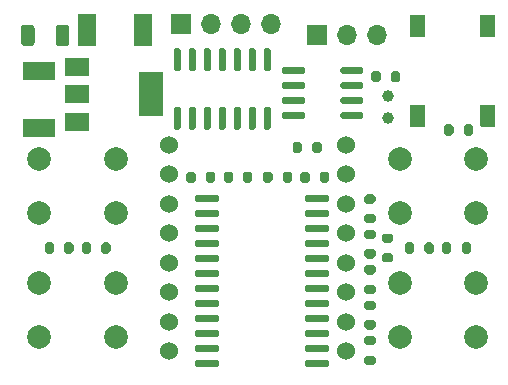
<source format=gts>
G04 #@! TF.GenerationSoftware,KiCad,Pcbnew,5.1.10*
G04 #@! TF.CreationDate,2021-12-26T14:37:38-06:00*
G04 #@! TF.ProjectId,notawatch,6e6f7461-7761-4746-9368-2e6b69636164,1*
G04 #@! TF.SameCoordinates,Original*
G04 #@! TF.FileFunction,Soldermask,Top*
G04 #@! TF.FilePolarity,Negative*
%FSLAX46Y46*%
G04 Gerber Fmt 4.6, Leading zero omitted, Abs format (unit mm)*
G04 Created by KiCad (PCBNEW 5.1.10) date 2021-12-26 14:37:38*
%MOMM*%
%LPD*%
G01*
G04 APERTURE LIST*
%ADD10C,0.100000*%
%ADD11R,1.500000X2.700000*%
%ADD12R,2.700000X1.500000*%
%ADD13C,2.000000*%
%ADD14R,2.000000X3.800000*%
%ADD15R,2.000000X1.500000*%
%ADD16C,1.524000*%
%ADD17C,1.000000*%
%ADD18R,1.700000X1.700000*%
%ADD19O,1.700000X1.700000*%
G04 APERTURE END LIST*
D10*
G36*
X157350961Y-94310245D02*
G01*
X157353806Y-94300866D01*
X157358427Y-94292221D01*
X157364645Y-94284645D01*
X157372221Y-94278427D01*
X157380866Y-94273806D01*
X157390245Y-94270961D01*
X157400000Y-94270000D01*
X158550000Y-94270000D01*
X158559755Y-94270961D01*
X158569134Y-94273806D01*
X158577779Y-94278427D01*
X158585355Y-94284645D01*
X158591573Y-94292221D01*
X158596194Y-94300866D01*
X158599039Y-94310245D01*
X158600000Y-94320000D01*
X158600000Y-96100000D01*
X158599039Y-96109755D01*
X158596194Y-96119134D01*
X158591573Y-96127779D01*
X158585355Y-96135355D01*
X158577779Y-96141573D01*
X158569134Y-96146194D01*
X158559755Y-96149039D01*
X158550000Y-96150000D01*
X157400000Y-96150000D01*
X157390245Y-96149039D01*
X157380866Y-96146194D01*
X157372221Y-96141573D01*
X157364645Y-96135355D01*
X157358427Y-96127779D01*
X157353806Y-96119134D01*
X157350961Y-96109755D01*
X157350000Y-96100000D01*
X157350000Y-94320000D01*
X157350961Y-94310245D01*
G37*
G36*
X151400961Y-94310245D02*
G01*
X151403806Y-94300866D01*
X151408427Y-94292221D01*
X151414645Y-94284645D01*
X151422221Y-94278427D01*
X151430866Y-94273806D01*
X151440245Y-94270961D01*
X151450000Y-94270000D01*
X152600000Y-94270000D01*
X152609755Y-94270961D01*
X152619134Y-94273806D01*
X152627779Y-94278427D01*
X152635355Y-94284645D01*
X152641573Y-94292221D01*
X152646194Y-94300866D01*
X152649039Y-94310245D01*
X152650000Y-94320000D01*
X152650000Y-96100000D01*
X152649039Y-96109755D01*
X152646194Y-96119134D01*
X152641573Y-96127779D01*
X152635355Y-96135355D01*
X152627779Y-96141573D01*
X152619134Y-96146194D01*
X152609755Y-96149039D01*
X152600000Y-96150000D01*
X151450000Y-96150000D01*
X151440245Y-96149039D01*
X151430866Y-96146194D01*
X151422221Y-96141573D01*
X151414645Y-96135355D01*
X151408427Y-96127779D01*
X151403806Y-96119134D01*
X151400961Y-96109755D01*
X151400000Y-96100000D01*
X151400000Y-94320000D01*
X151400961Y-94310245D01*
G37*
G36*
X157350961Y-101890245D02*
G01*
X157353806Y-101880866D01*
X157358427Y-101872221D01*
X157364645Y-101864645D01*
X157372221Y-101858427D01*
X157380866Y-101853806D01*
X157390245Y-101850961D01*
X157400000Y-101850000D01*
X158550000Y-101850000D01*
X158559755Y-101850961D01*
X158569134Y-101853806D01*
X158577779Y-101858427D01*
X158585355Y-101864645D01*
X158591573Y-101872221D01*
X158596194Y-101880866D01*
X158599039Y-101890245D01*
X158600000Y-101900000D01*
X158600000Y-103680000D01*
X158599039Y-103689755D01*
X158596194Y-103699134D01*
X158591573Y-103707779D01*
X158585355Y-103715355D01*
X158577779Y-103721573D01*
X158569134Y-103726194D01*
X158559755Y-103729039D01*
X158550000Y-103730000D01*
X157400000Y-103730000D01*
X157390245Y-103729039D01*
X157380866Y-103726194D01*
X157372221Y-103721573D01*
X157364645Y-103715355D01*
X157358427Y-103707779D01*
X157353806Y-103699134D01*
X157350961Y-103689755D01*
X157350000Y-103680000D01*
X157350000Y-101900000D01*
X157350961Y-101890245D01*
G37*
G36*
X151400961Y-101890245D02*
G01*
X151403806Y-101880866D01*
X151408427Y-101872221D01*
X151414645Y-101864645D01*
X151422221Y-101858427D01*
X151430866Y-101853806D01*
X151440245Y-101850961D01*
X151450000Y-101850000D01*
X152600000Y-101850000D01*
X152609755Y-101850961D01*
X152619134Y-101853806D01*
X152627779Y-101858427D01*
X152635355Y-101864645D01*
X152641573Y-101872221D01*
X152646194Y-101880866D01*
X152649039Y-101890245D01*
X152650000Y-101900000D01*
X152650000Y-103680000D01*
X152649039Y-103689755D01*
X152646194Y-103699134D01*
X152641573Y-103707779D01*
X152635355Y-103715355D01*
X152627779Y-103721573D01*
X152619134Y-103726194D01*
X152609755Y-103729039D01*
X152600000Y-103730000D01*
X151450000Y-103730000D01*
X151440245Y-103729039D01*
X151430866Y-103726194D01*
X151422221Y-103721573D01*
X151414645Y-103715355D01*
X151408427Y-103707779D01*
X151403806Y-103699134D01*
X151400961Y-103689755D01*
X151400000Y-103680000D01*
X151400000Y-101900000D01*
X151400961Y-101890245D01*
G37*
D11*
X124000000Y-95500000D03*
X128800000Y-95500000D03*
G36*
G01*
X122550000Y-95349999D02*
X122550000Y-96650001D01*
G75*
G02*
X122300001Y-96900000I-249999J0D01*
G01*
X121649999Y-96900000D01*
G75*
G02*
X121400000Y-96650001I0J249999D01*
G01*
X121400000Y-95349999D01*
G75*
G02*
X121649999Y-95100000I249999J0D01*
G01*
X122300001Y-95100000D01*
G75*
G02*
X122550000Y-95349999I0J-249999D01*
G01*
G37*
G36*
G01*
X119600000Y-95349999D02*
X119600000Y-96650001D01*
G75*
G02*
X119350001Y-96900000I-249999J0D01*
G01*
X118699999Y-96900000D01*
G75*
G02*
X118450000Y-96650001I0J249999D01*
G01*
X118450000Y-95349999D01*
G75*
G02*
X118699999Y-95100000I249999J0D01*
G01*
X119350001Y-95100000D01*
G75*
G02*
X119600000Y-95349999I0J-249999D01*
G01*
G37*
D12*
X120000000Y-99000000D03*
X120000000Y-103800000D03*
G36*
G01*
X148275000Y-111900000D02*
X147725000Y-111900000D01*
G75*
G02*
X147525000Y-111700000I0J200000D01*
G01*
X147525000Y-111300000D01*
G75*
G02*
X147725000Y-111100000I200000J0D01*
G01*
X148275000Y-111100000D01*
G75*
G02*
X148475000Y-111300000I0J-200000D01*
G01*
X148475000Y-111700000D01*
G75*
G02*
X148275000Y-111900000I-200000J0D01*
G01*
G37*
G36*
G01*
X148275000Y-110250000D02*
X147725000Y-110250000D01*
G75*
G02*
X147525000Y-110050000I0J200000D01*
G01*
X147525000Y-109650000D01*
G75*
G02*
X147725000Y-109450000I200000J0D01*
G01*
X148275000Y-109450000D01*
G75*
G02*
X148475000Y-109650000I0J-200000D01*
G01*
X148475000Y-110050000D01*
G75*
G02*
X148275000Y-110250000I-200000J0D01*
G01*
G37*
G36*
G01*
X120450000Y-114275000D02*
X120450000Y-113725000D01*
G75*
G02*
X120650000Y-113525000I200000J0D01*
G01*
X121050000Y-113525000D01*
G75*
G02*
X121250000Y-113725000I0J-200000D01*
G01*
X121250000Y-114275000D01*
G75*
G02*
X121050000Y-114475000I-200000J0D01*
G01*
X120650000Y-114475000D01*
G75*
G02*
X120450000Y-114275000I0J200000D01*
G01*
G37*
G36*
G01*
X122100000Y-114275000D02*
X122100000Y-113725000D01*
G75*
G02*
X122300000Y-113525000I200000J0D01*
G01*
X122700000Y-113525000D01*
G75*
G02*
X122900000Y-113725000I0J-200000D01*
G01*
X122900000Y-114275000D01*
G75*
G02*
X122700000Y-114475000I-200000J0D01*
G01*
X122300000Y-114475000D01*
G75*
G02*
X122100000Y-114275000I0J200000D01*
G01*
G37*
G36*
G01*
X152600000Y-114275000D02*
X152600000Y-113725000D01*
G75*
G02*
X152800000Y-113525000I200000J0D01*
G01*
X153200000Y-113525000D01*
G75*
G02*
X153400000Y-113725000I0J-200000D01*
G01*
X153400000Y-114275000D01*
G75*
G02*
X153200000Y-114475000I-200000J0D01*
G01*
X152800000Y-114475000D01*
G75*
G02*
X152600000Y-114275000I0J200000D01*
G01*
G37*
G36*
G01*
X150950000Y-114275000D02*
X150950000Y-113725000D01*
G75*
G02*
X151150000Y-113525000I200000J0D01*
G01*
X151550000Y-113525000D01*
G75*
G02*
X151750000Y-113725000I0J-200000D01*
G01*
X151750000Y-114275000D01*
G75*
G02*
X151550000Y-114475000I-200000J0D01*
G01*
X151150000Y-114475000D01*
G75*
G02*
X150950000Y-114275000I0J200000D01*
G01*
G37*
G36*
G01*
X126050000Y-113725000D02*
X126050000Y-114275000D01*
G75*
G02*
X125850000Y-114475000I-200000J0D01*
G01*
X125450000Y-114475000D01*
G75*
G02*
X125250000Y-114275000I0J200000D01*
G01*
X125250000Y-113725000D01*
G75*
G02*
X125450000Y-113525000I200000J0D01*
G01*
X125850000Y-113525000D01*
G75*
G02*
X126050000Y-113725000I0J-200000D01*
G01*
G37*
G36*
G01*
X124400000Y-113725000D02*
X124400000Y-114275000D01*
G75*
G02*
X124200000Y-114475000I-200000J0D01*
G01*
X123800000Y-114475000D01*
G75*
G02*
X123600000Y-114275000I0J200000D01*
G01*
X123600000Y-113725000D01*
G75*
G02*
X123800000Y-113525000I200000J0D01*
G01*
X124200000Y-113525000D01*
G75*
G02*
X124400000Y-113725000I0J-200000D01*
G01*
G37*
G36*
G01*
X154900000Y-113725000D02*
X154900000Y-114275000D01*
G75*
G02*
X154700000Y-114475000I-200000J0D01*
G01*
X154300000Y-114475000D01*
G75*
G02*
X154100000Y-114275000I0J200000D01*
G01*
X154100000Y-113725000D01*
G75*
G02*
X154300000Y-113525000I200000J0D01*
G01*
X154700000Y-113525000D01*
G75*
G02*
X154900000Y-113725000I0J-200000D01*
G01*
G37*
G36*
G01*
X156550000Y-113725000D02*
X156550000Y-114275000D01*
G75*
G02*
X156350000Y-114475000I-200000J0D01*
G01*
X155950000Y-114475000D01*
G75*
G02*
X155750000Y-114275000I0J200000D01*
G01*
X155750000Y-113725000D01*
G75*
G02*
X155950000Y-113525000I200000J0D01*
G01*
X156350000Y-113525000D01*
G75*
G02*
X156550000Y-113725000I0J-200000D01*
G01*
G37*
G36*
G01*
X149225000Y-114425000D02*
X149775000Y-114425000D01*
G75*
G02*
X149975000Y-114625000I0J-200000D01*
G01*
X149975000Y-115025000D01*
G75*
G02*
X149775000Y-115225000I-200000J0D01*
G01*
X149225000Y-115225000D01*
G75*
G02*
X149025000Y-115025000I0J200000D01*
G01*
X149025000Y-114625000D01*
G75*
G02*
X149225000Y-114425000I200000J0D01*
G01*
G37*
G36*
G01*
X149225000Y-112775000D02*
X149775000Y-112775000D01*
G75*
G02*
X149975000Y-112975000I0J-200000D01*
G01*
X149975000Y-113375000D01*
G75*
G02*
X149775000Y-113575000I-200000J0D01*
G01*
X149225000Y-113575000D01*
G75*
G02*
X149025000Y-113375000I0J200000D01*
G01*
X149025000Y-112975000D01*
G75*
G02*
X149225000Y-112775000I200000J0D01*
G01*
G37*
G36*
G01*
X142250000Y-105225000D02*
X142250000Y-105775000D01*
G75*
G02*
X142050000Y-105975000I-200000J0D01*
G01*
X141650000Y-105975000D01*
G75*
G02*
X141450000Y-105775000I0J200000D01*
G01*
X141450000Y-105225000D01*
G75*
G02*
X141650000Y-105025000I200000J0D01*
G01*
X142050000Y-105025000D01*
G75*
G02*
X142250000Y-105225000I0J-200000D01*
G01*
G37*
G36*
G01*
X143900000Y-105225000D02*
X143900000Y-105775000D01*
G75*
G02*
X143700000Y-105975000I-200000J0D01*
G01*
X143300000Y-105975000D01*
G75*
G02*
X143100000Y-105775000I0J200000D01*
G01*
X143100000Y-105225000D01*
G75*
G02*
X143300000Y-105025000I200000J0D01*
G01*
X143700000Y-105025000D01*
G75*
G02*
X143900000Y-105225000I0J-200000D01*
G01*
G37*
G36*
G01*
X150550000Y-99225000D02*
X150550000Y-99775000D01*
G75*
G02*
X150350000Y-99975000I-200000J0D01*
G01*
X149950000Y-99975000D01*
G75*
G02*
X149750000Y-99775000I0J200000D01*
G01*
X149750000Y-99225000D01*
G75*
G02*
X149950000Y-99025000I200000J0D01*
G01*
X150350000Y-99025000D01*
G75*
G02*
X150550000Y-99225000I0J-200000D01*
G01*
G37*
G36*
G01*
X148900000Y-99225000D02*
X148900000Y-99775000D01*
G75*
G02*
X148700000Y-99975000I-200000J0D01*
G01*
X148300000Y-99975000D01*
G75*
G02*
X148100000Y-99775000I0J200000D01*
G01*
X148100000Y-99225000D01*
G75*
G02*
X148300000Y-99025000I200000J0D01*
G01*
X148700000Y-99025000D01*
G75*
G02*
X148900000Y-99225000I0J-200000D01*
G01*
G37*
G36*
G01*
X155075000Y-103725000D02*
X155075000Y-104275000D01*
G75*
G02*
X154875000Y-104475000I-200000J0D01*
G01*
X154475000Y-104475000D01*
G75*
G02*
X154275000Y-104275000I0J200000D01*
G01*
X154275000Y-103725000D01*
G75*
G02*
X154475000Y-103525000I200000J0D01*
G01*
X154875000Y-103525000D01*
G75*
G02*
X155075000Y-103725000I0J-200000D01*
G01*
G37*
G36*
G01*
X156725000Y-103725000D02*
X156725000Y-104275000D01*
G75*
G02*
X156525000Y-104475000I-200000J0D01*
G01*
X156125000Y-104475000D01*
G75*
G02*
X155925000Y-104275000I0J200000D01*
G01*
X155925000Y-103725000D01*
G75*
G02*
X156125000Y-103525000I200000J0D01*
G01*
X156525000Y-103525000D01*
G75*
G02*
X156725000Y-103725000I0J-200000D01*
G01*
G37*
G36*
G01*
X147725000Y-118450000D02*
X148275000Y-118450000D01*
G75*
G02*
X148475000Y-118650000I0J-200000D01*
G01*
X148475000Y-119050000D01*
G75*
G02*
X148275000Y-119250000I-200000J0D01*
G01*
X147725000Y-119250000D01*
G75*
G02*
X147525000Y-119050000I0J200000D01*
G01*
X147525000Y-118650000D01*
G75*
G02*
X147725000Y-118450000I200000J0D01*
G01*
G37*
G36*
G01*
X147725000Y-120100000D02*
X148275000Y-120100000D01*
G75*
G02*
X148475000Y-120300000I0J-200000D01*
G01*
X148475000Y-120700000D01*
G75*
G02*
X148275000Y-120900000I-200000J0D01*
G01*
X147725000Y-120900000D01*
G75*
G02*
X147525000Y-120700000I0J200000D01*
G01*
X147525000Y-120300000D01*
G75*
G02*
X147725000Y-120100000I200000J0D01*
G01*
G37*
G36*
G01*
X147725000Y-112450000D02*
X148275000Y-112450000D01*
G75*
G02*
X148475000Y-112650000I0J-200000D01*
G01*
X148475000Y-113050000D01*
G75*
G02*
X148275000Y-113250000I-200000J0D01*
G01*
X147725000Y-113250000D01*
G75*
G02*
X147525000Y-113050000I0J200000D01*
G01*
X147525000Y-112650000D01*
G75*
G02*
X147725000Y-112450000I200000J0D01*
G01*
G37*
G36*
G01*
X147725000Y-114100000D02*
X148275000Y-114100000D01*
G75*
G02*
X148475000Y-114300000I0J-200000D01*
G01*
X148475000Y-114700000D01*
G75*
G02*
X148275000Y-114900000I-200000J0D01*
G01*
X147725000Y-114900000D01*
G75*
G02*
X147525000Y-114700000I0J200000D01*
G01*
X147525000Y-114300000D01*
G75*
G02*
X147725000Y-114100000I200000J0D01*
G01*
G37*
G36*
G01*
X137250000Y-108275000D02*
X137250000Y-107725000D01*
G75*
G02*
X137450000Y-107525000I200000J0D01*
G01*
X137850000Y-107525000D01*
G75*
G02*
X138050000Y-107725000I0J-200000D01*
G01*
X138050000Y-108275000D01*
G75*
G02*
X137850000Y-108475000I-200000J0D01*
G01*
X137450000Y-108475000D01*
G75*
G02*
X137250000Y-108275000I0J200000D01*
G01*
G37*
G36*
G01*
X135600000Y-108275000D02*
X135600000Y-107725000D01*
G75*
G02*
X135800000Y-107525000I200000J0D01*
G01*
X136200000Y-107525000D01*
G75*
G02*
X136400000Y-107725000I0J-200000D01*
G01*
X136400000Y-108275000D01*
G75*
G02*
X136200000Y-108475000I-200000J0D01*
G01*
X135800000Y-108475000D01*
G75*
G02*
X135600000Y-108275000I0J200000D01*
G01*
G37*
G36*
G01*
X143750000Y-108275000D02*
X143750000Y-107725000D01*
G75*
G02*
X143950000Y-107525000I200000J0D01*
G01*
X144350000Y-107525000D01*
G75*
G02*
X144550000Y-107725000I0J-200000D01*
G01*
X144550000Y-108275000D01*
G75*
G02*
X144350000Y-108475000I-200000J0D01*
G01*
X143950000Y-108475000D01*
G75*
G02*
X143750000Y-108275000I0J200000D01*
G01*
G37*
G36*
G01*
X142100000Y-108275000D02*
X142100000Y-107725000D01*
G75*
G02*
X142300000Y-107525000I200000J0D01*
G01*
X142700000Y-107525000D01*
G75*
G02*
X142900000Y-107725000I0J-200000D01*
G01*
X142900000Y-108275000D01*
G75*
G02*
X142700000Y-108475000I-200000J0D01*
G01*
X142300000Y-108475000D01*
G75*
G02*
X142100000Y-108275000I0J200000D01*
G01*
G37*
G36*
G01*
X147725000Y-121450000D02*
X148275000Y-121450000D01*
G75*
G02*
X148475000Y-121650000I0J-200000D01*
G01*
X148475000Y-122050000D01*
G75*
G02*
X148275000Y-122250000I-200000J0D01*
G01*
X147725000Y-122250000D01*
G75*
G02*
X147525000Y-122050000I0J200000D01*
G01*
X147525000Y-121650000D01*
G75*
G02*
X147725000Y-121450000I200000J0D01*
G01*
G37*
G36*
G01*
X147725000Y-123100000D02*
X148275000Y-123100000D01*
G75*
G02*
X148475000Y-123300000I0J-200000D01*
G01*
X148475000Y-123700000D01*
G75*
G02*
X148275000Y-123900000I-200000J0D01*
G01*
X147725000Y-123900000D01*
G75*
G02*
X147525000Y-123700000I0J200000D01*
G01*
X147525000Y-123300000D01*
G75*
G02*
X147725000Y-123100000I200000J0D01*
G01*
G37*
G36*
G01*
X147725000Y-117100000D02*
X148275000Y-117100000D01*
G75*
G02*
X148475000Y-117300000I0J-200000D01*
G01*
X148475000Y-117700000D01*
G75*
G02*
X148275000Y-117900000I-200000J0D01*
G01*
X147725000Y-117900000D01*
G75*
G02*
X147525000Y-117700000I0J200000D01*
G01*
X147525000Y-117300000D01*
G75*
G02*
X147725000Y-117100000I200000J0D01*
G01*
G37*
G36*
G01*
X147725000Y-115450000D02*
X148275000Y-115450000D01*
G75*
G02*
X148475000Y-115650000I0J-200000D01*
G01*
X148475000Y-116050000D01*
G75*
G02*
X148275000Y-116250000I-200000J0D01*
G01*
X147725000Y-116250000D01*
G75*
G02*
X147525000Y-116050000I0J200000D01*
G01*
X147525000Y-115650000D01*
G75*
G02*
X147725000Y-115450000I200000J0D01*
G01*
G37*
G36*
G01*
X132450000Y-108275000D02*
X132450000Y-107725000D01*
G75*
G02*
X132650000Y-107525000I200000J0D01*
G01*
X133050000Y-107525000D01*
G75*
G02*
X133250000Y-107725000I0J-200000D01*
G01*
X133250000Y-108275000D01*
G75*
G02*
X133050000Y-108475000I-200000J0D01*
G01*
X132650000Y-108475000D01*
G75*
G02*
X132450000Y-108275000I0J200000D01*
G01*
G37*
G36*
G01*
X134100000Y-108275000D02*
X134100000Y-107725000D01*
G75*
G02*
X134300000Y-107525000I200000J0D01*
G01*
X134700000Y-107525000D01*
G75*
G02*
X134900000Y-107725000I0J-200000D01*
G01*
X134900000Y-108275000D01*
G75*
G02*
X134700000Y-108475000I-200000J0D01*
G01*
X134300000Y-108475000D01*
G75*
G02*
X134100000Y-108275000I0J200000D01*
G01*
G37*
G36*
G01*
X138950000Y-108275000D02*
X138950000Y-107725000D01*
G75*
G02*
X139150000Y-107525000I200000J0D01*
G01*
X139550000Y-107525000D01*
G75*
G02*
X139750000Y-107725000I0J-200000D01*
G01*
X139750000Y-108275000D01*
G75*
G02*
X139550000Y-108475000I-200000J0D01*
G01*
X139150000Y-108475000D01*
G75*
G02*
X138950000Y-108275000I0J200000D01*
G01*
G37*
G36*
G01*
X140600000Y-108275000D02*
X140600000Y-107725000D01*
G75*
G02*
X140800000Y-107525000I200000J0D01*
G01*
X141200000Y-107525000D01*
G75*
G02*
X141400000Y-107725000I0J-200000D01*
G01*
X141400000Y-108275000D01*
G75*
G02*
X141200000Y-108475000I-200000J0D01*
G01*
X140800000Y-108475000D01*
G75*
G02*
X140600000Y-108275000I0J200000D01*
G01*
G37*
D13*
X126500000Y-106500000D03*
X126500000Y-111000000D03*
X120000000Y-106500000D03*
X120000000Y-111000000D03*
X120000000Y-121500000D03*
X120000000Y-117000000D03*
X126500000Y-121500000D03*
X126500000Y-117000000D03*
X150500000Y-111000000D03*
X150500000Y-106500000D03*
X157000000Y-111000000D03*
X157000000Y-106500000D03*
X157000000Y-117000000D03*
X157000000Y-121500000D03*
X150500000Y-117000000D03*
X150500000Y-121500000D03*
D14*
X129500000Y-101000000D03*
D15*
X123200000Y-101000000D03*
X123200000Y-103300000D03*
X123200000Y-98700000D03*
G36*
G01*
X139160000Y-97075000D02*
X139460000Y-97075000D01*
G75*
G02*
X139610000Y-97225000I0J-150000D01*
G01*
X139610000Y-98875000D01*
G75*
G02*
X139460000Y-99025000I-150000J0D01*
G01*
X139160000Y-99025000D01*
G75*
G02*
X139010000Y-98875000I0J150000D01*
G01*
X139010000Y-97225000D01*
G75*
G02*
X139160000Y-97075000I150000J0D01*
G01*
G37*
G36*
G01*
X137890000Y-97075000D02*
X138190000Y-97075000D01*
G75*
G02*
X138340000Y-97225000I0J-150000D01*
G01*
X138340000Y-98875000D01*
G75*
G02*
X138190000Y-99025000I-150000J0D01*
G01*
X137890000Y-99025000D01*
G75*
G02*
X137740000Y-98875000I0J150000D01*
G01*
X137740000Y-97225000D01*
G75*
G02*
X137890000Y-97075000I150000J0D01*
G01*
G37*
G36*
G01*
X136620000Y-97075000D02*
X136920000Y-97075000D01*
G75*
G02*
X137070000Y-97225000I0J-150000D01*
G01*
X137070000Y-98875000D01*
G75*
G02*
X136920000Y-99025000I-150000J0D01*
G01*
X136620000Y-99025000D01*
G75*
G02*
X136470000Y-98875000I0J150000D01*
G01*
X136470000Y-97225000D01*
G75*
G02*
X136620000Y-97075000I150000J0D01*
G01*
G37*
G36*
G01*
X135350000Y-97075000D02*
X135650000Y-97075000D01*
G75*
G02*
X135800000Y-97225000I0J-150000D01*
G01*
X135800000Y-98875000D01*
G75*
G02*
X135650000Y-99025000I-150000J0D01*
G01*
X135350000Y-99025000D01*
G75*
G02*
X135200000Y-98875000I0J150000D01*
G01*
X135200000Y-97225000D01*
G75*
G02*
X135350000Y-97075000I150000J0D01*
G01*
G37*
G36*
G01*
X134080000Y-97075000D02*
X134380000Y-97075000D01*
G75*
G02*
X134530000Y-97225000I0J-150000D01*
G01*
X134530000Y-98875000D01*
G75*
G02*
X134380000Y-99025000I-150000J0D01*
G01*
X134080000Y-99025000D01*
G75*
G02*
X133930000Y-98875000I0J150000D01*
G01*
X133930000Y-97225000D01*
G75*
G02*
X134080000Y-97075000I150000J0D01*
G01*
G37*
G36*
G01*
X132810000Y-97075000D02*
X133110000Y-97075000D01*
G75*
G02*
X133260000Y-97225000I0J-150000D01*
G01*
X133260000Y-98875000D01*
G75*
G02*
X133110000Y-99025000I-150000J0D01*
G01*
X132810000Y-99025000D01*
G75*
G02*
X132660000Y-98875000I0J150000D01*
G01*
X132660000Y-97225000D01*
G75*
G02*
X132810000Y-97075000I150000J0D01*
G01*
G37*
G36*
G01*
X131540000Y-97075000D02*
X131840000Y-97075000D01*
G75*
G02*
X131990000Y-97225000I0J-150000D01*
G01*
X131990000Y-98875000D01*
G75*
G02*
X131840000Y-99025000I-150000J0D01*
G01*
X131540000Y-99025000D01*
G75*
G02*
X131390000Y-98875000I0J150000D01*
G01*
X131390000Y-97225000D01*
G75*
G02*
X131540000Y-97075000I150000J0D01*
G01*
G37*
G36*
G01*
X131540000Y-102025000D02*
X131840000Y-102025000D01*
G75*
G02*
X131990000Y-102175000I0J-150000D01*
G01*
X131990000Y-103825000D01*
G75*
G02*
X131840000Y-103975000I-150000J0D01*
G01*
X131540000Y-103975000D01*
G75*
G02*
X131390000Y-103825000I0J150000D01*
G01*
X131390000Y-102175000D01*
G75*
G02*
X131540000Y-102025000I150000J0D01*
G01*
G37*
G36*
G01*
X132810000Y-102025000D02*
X133110000Y-102025000D01*
G75*
G02*
X133260000Y-102175000I0J-150000D01*
G01*
X133260000Y-103825000D01*
G75*
G02*
X133110000Y-103975000I-150000J0D01*
G01*
X132810000Y-103975000D01*
G75*
G02*
X132660000Y-103825000I0J150000D01*
G01*
X132660000Y-102175000D01*
G75*
G02*
X132810000Y-102025000I150000J0D01*
G01*
G37*
G36*
G01*
X134080000Y-102025000D02*
X134380000Y-102025000D01*
G75*
G02*
X134530000Y-102175000I0J-150000D01*
G01*
X134530000Y-103825000D01*
G75*
G02*
X134380000Y-103975000I-150000J0D01*
G01*
X134080000Y-103975000D01*
G75*
G02*
X133930000Y-103825000I0J150000D01*
G01*
X133930000Y-102175000D01*
G75*
G02*
X134080000Y-102025000I150000J0D01*
G01*
G37*
G36*
G01*
X135350000Y-102025000D02*
X135650000Y-102025000D01*
G75*
G02*
X135800000Y-102175000I0J-150000D01*
G01*
X135800000Y-103825000D01*
G75*
G02*
X135650000Y-103975000I-150000J0D01*
G01*
X135350000Y-103975000D01*
G75*
G02*
X135200000Y-103825000I0J150000D01*
G01*
X135200000Y-102175000D01*
G75*
G02*
X135350000Y-102025000I150000J0D01*
G01*
G37*
G36*
G01*
X136620000Y-102025000D02*
X136920000Y-102025000D01*
G75*
G02*
X137070000Y-102175000I0J-150000D01*
G01*
X137070000Y-103825000D01*
G75*
G02*
X136920000Y-103975000I-150000J0D01*
G01*
X136620000Y-103975000D01*
G75*
G02*
X136470000Y-103825000I0J150000D01*
G01*
X136470000Y-102175000D01*
G75*
G02*
X136620000Y-102025000I150000J0D01*
G01*
G37*
G36*
G01*
X137890000Y-102025000D02*
X138190000Y-102025000D01*
G75*
G02*
X138340000Y-102175000I0J-150000D01*
G01*
X138340000Y-103825000D01*
G75*
G02*
X138190000Y-103975000I-150000J0D01*
G01*
X137890000Y-103975000D01*
G75*
G02*
X137740000Y-103825000I0J150000D01*
G01*
X137740000Y-102175000D01*
G75*
G02*
X137890000Y-102025000I150000J0D01*
G01*
G37*
G36*
G01*
X139160000Y-102025000D02*
X139460000Y-102025000D01*
G75*
G02*
X139610000Y-102175000I0J-150000D01*
G01*
X139610000Y-103825000D01*
G75*
G02*
X139460000Y-103975000I-150000J0D01*
G01*
X139160000Y-103975000D01*
G75*
G02*
X139010000Y-103825000I0J150000D01*
G01*
X139010000Y-102175000D01*
G75*
G02*
X139160000Y-102025000I150000J0D01*
G01*
G37*
G36*
G01*
X147450000Y-102620000D02*
X147450000Y-102920000D01*
G75*
G02*
X147300000Y-103070000I-150000J0D01*
G01*
X145650000Y-103070000D01*
G75*
G02*
X145500000Y-102920000I0J150000D01*
G01*
X145500000Y-102620000D01*
G75*
G02*
X145650000Y-102470000I150000J0D01*
G01*
X147300000Y-102470000D01*
G75*
G02*
X147450000Y-102620000I0J-150000D01*
G01*
G37*
G36*
G01*
X147450000Y-101350000D02*
X147450000Y-101650000D01*
G75*
G02*
X147300000Y-101800000I-150000J0D01*
G01*
X145650000Y-101800000D01*
G75*
G02*
X145500000Y-101650000I0J150000D01*
G01*
X145500000Y-101350000D01*
G75*
G02*
X145650000Y-101200000I150000J0D01*
G01*
X147300000Y-101200000D01*
G75*
G02*
X147450000Y-101350000I0J-150000D01*
G01*
G37*
G36*
G01*
X147450000Y-100080000D02*
X147450000Y-100380000D01*
G75*
G02*
X147300000Y-100530000I-150000J0D01*
G01*
X145650000Y-100530000D01*
G75*
G02*
X145500000Y-100380000I0J150000D01*
G01*
X145500000Y-100080000D01*
G75*
G02*
X145650000Y-99930000I150000J0D01*
G01*
X147300000Y-99930000D01*
G75*
G02*
X147450000Y-100080000I0J-150000D01*
G01*
G37*
G36*
G01*
X147450000Y-98810000D02*
X147450000Y-99110000D01*
G75*
G02*
X147300000Y-99260000I-150000J0D01*
G01*
X145650000Y-99260000D01*
G75*
G02*
X145500000Y-99110000I0J150000D01*
G01*
X145500000Y-98810000D01*
G75*
G02*
X145650000Y-98660000I150000J0D01*
G01*
X147300000Y-98660000D01*
G75*
G02*
X147450000Y-98810000I0J-150000D01*
G01*
G37*
G36*
G01*
X142500000Y-98810000D02*
X142500000Y-99110000D01*
G75*
G02*
X142350000Y-99260000I-150000J0D01*
G01*
X140700000Y-99260000D01*
G75*
G02*
X140550000Y-99110000I0J150000D01*
G01*
X140550000Y-98810000D01*
G75*
G02*
X140700000Y-98660000I150000J0D01*
G01*
X142350000Y-98660000D01*
G75*
G02*
X142500000Y-98810000I0J-150000D01*
G01*
G37*
G36*
G01*
X142500000Y-100080000D02*
X142500000Y-100380000D01*
G75*
G02*
X142350000Y-100530000I-150000J0D01*
G01*
X140700000Y-100530000D01*
G75*
G02*
X140550000Y-100380000I0J150000D01*
G01*
X140550000Y-100080000D01*
G75*
G02*
X140700000Y-99930000I150000J0D01*
G01*
X142350000Y-99930000D01*
G75*
G02*
X142500000Y-100080000I0J-150000D01*
G01*
G37*
G36*
G01*
X142500000Y-101350000D02*
X142500000Y-101650000D01*
G75*
G02*
X142350000Y-101800000I-150000J0D01*
G01*
X140700000Y-101800000D01*
G75*
G02*
X140550000Y-101650000I0J150000D01*
G01*
X140550000Y-101350000D01*
G75*
G02*
X140700000Y-101200000I150000J0D01*
G01*
X142350000Y-101200000D01*
G75*
G02*
X142500000Y-101350000I0J-150000D01*
G01*
G37*
G36*
G01*
X142500000Y-102620000D02*
X142500000Y-102920000D01*
G75*
G02*
X142350000Y-103070000I-150000J0D01*
G01*
X140700000Y-103070000D01*
G75*
G02*
X140550000Y-102920000I0J150000D01*
G01*
X140550000Y-102620000D01*
G75*
G02*
X140700000Y-102470000I150000J0D01*
G01*
X142350000Y-102470000D01*
G75*
G02*
X142500000Y-102620000I0J-150000D01*
G01*
G37*
G36*
G01*
X133175000Y-109950000D02*
X133175000Y-109650000D01*
G75*
G02*
X133325000Y-109500000I150000J0D01*
G01*
X135075000Y-109500000D01*
G75*
G02*
X135225000Y-109650000I0J-150000D01*
G01*
X135225000Y-109950000D01*
G75*
G02*
X135075000Y-110100000I-150000J0D01*
G01*
X133325000Y-110100000D01*
G75*
G02*
X133175000Y-109950000I0J150000D01*
G01*
G37*
G36*
G01*
X133175000Y-111220000D02*
X133175000Y-110920000D01*
G75*
G02*
X133325000Y-110770000I150000J0D01*
G01*
X135075000Y-110770000D01*
G75*
G02*
X135225000Y-110920000I0J-150000D01*
G01*
X135225000Y-111220000D01*
G75*
G02*
X135075000Y-111370000I-150000J0D01*
G01*
X133325000Y-111370000D01*
G75*
G02*
X133175000Y-111220000I0J150000D01*
G01*
G37*
G36*
G01*
X133175000Y-112490000D02*
X133175000Y-112190000D01*
G75*
G02*
X133325000Y-112040000I150000J0D01*
G01*
X135075000Y-112040000D01*
G75*
G02*
X135225000Y-112190000I0J-150000D01*
G01*
X135225000Y-112490000D01*
G75*
G02*
X135075000Y-112640000I-150000J0D01*
G01*
X133325000Y-112640000D01*
G75*
G02*
X133175000Y-112490000I0J150000D01*
G01*
G37*
G36*
G01*
X133175000Y-113760000D02*
X133175000Y-113460000D01*
G75*
G02*
X133325000Y-113310000I150000J0D01*
G01*
X135075000Y-113310000D01*
G75*
G02*
X135225000Y-113460000I0J-150000D01*
G01*
X135225000Y-113760000D01*
G75*
G02*
X135075000Y-113910000I-150000J0D01*
G01*
X133325000Y-113910000D01*
G75*
G02*
X133175000Y-113760000I0J150000D01*
G01*
G37*
G36*
G01*
X133175000Y-115030000D02*
X133175000Y-114730000D01*
G75*
G02*
X133325000Y-114580000I150000J0D01*
G01*
X135075000Y-114580000D01*
G75*
G02*
X135225000Y-114730000I0J-150000D01*
G01*
X135225000Y-115030000D01*
G75*
G02*
X135075000Y-115180000I-150000J0D01*
G01*
X133325000Y-115180000D01*
G75*
G02*
X133175000Y-115030000I0J150000D01*
G01*
G37*
G36*
G01*
X133175000Y-116300000D02*
X133175000Y-116000000D01*
G75*
G02*
X133325000Y-115850000I150000J0D01*
G01*
X135075000Y-115850000D01*
G75*
G02*
X135225000Y-116000000I0J-150000D01*
G01*
X135225000Y-116300000D01*
G75*
G02*
X135075000Y-116450000I-150000J0D01*
G01*
X133325000Y-116450000D01*
G75*
G02*
X133175000Y-116300000I0J150000D01*
G01*
G37*
G36*
G01*
X133175000Y-117570000D02*
X133175000Y-117270000D01*
G75*
G02*
X133325000Y-117120000I150000J0D01*
G01*
X135075000Y-117120000D01*
G75*
G02*
X135225000Y-117270000I0J-150000D01*
G01*
X135225000Y-117570000D01*
G75*
G02*
X135075000Y-117720000I-150000J0D01*
G01*
X133325000Y-117720000D01*
G75*
G02*
X133175000Y-117570000I0J150000D01*
G01*
G37*
G36*
G01*
X133175000Y-118840000D02*
X133175000Y-118540000D01*
G75*
G02*
X133325000Y-118390000I150000J0D01*
G01*
X135075000Y-118390000D01*
G75*
G02*
X135225000Y-118540000I0J-150000D01*
G01*
X135225000Y-118840000D01*
G75*
G02*
X135075000Y-118990000I-150000J0D01*
G01*
X133325000Y-118990000D01*
G75*
G02*
X133175000Y-118840000I0J150000D01*
G01*
G37*
G36*
G01*
X133175000Y-120110000D02*
X133175000Y-119810000D01*
G75*
G02*
X133325000Y-119660000I150000J0D01*
G01*
X135075000Y-119660000D01*
G75*
G02*
X135225000Y-119810000I0J-150000D01*
G01*
X135225000Y-120110000D01*
G75*
G02*
X135075000Y-120260000I-150000J0D01*
G01*
X133325000Y-120260000D01*
G75*
G02*
X133175000Y-120110000I0J150000D01*
G01*
G37*
G36*
G01*
X133175000Y-121380000D02*
X133175000Y-121080000D01*
G75*
G02*
X133325000Y-120930000I150000J0D01*
G01*
X135075000Y-120930000D01*
G75*
G02*
X135225000Y-121080000I0J-150000D01*
G01*
X135225000Y-121380000D01*
G75*
G02*
X135075000Y-121530000I-150000J0D01*
G01*
X133325000Y-121530000D01*
G75*
G02*
X133175000Y-121380000I0J150000D01*
G01*
G37*
G36*
G01*
X133175000Y-122650000D02*
X133175000Y-122350000D01*
G75*
G02*
X133325000Y-122200000I150000J0D01*
G01*
X135075000Y-122200000D01*
G75*
G02*
X135225000Y-122350000I0J-150000D01*
G01*
X135225000Y-122650000D01*
G75*
G02*
X135075000Y-122800000I-150000J0D01*
G01*
X133325000Y-122800000D01*
G75*
G02*
X133175000Y-122650000I0J150000D01*
G01*
G37*
G36*
G01*
X133175000Y-123920000D02*
X133175000Y-123620000D01*
G75*
G02*
X133325000Y-123470000I150000J0D01*
G01*
X135075000Y-123470000D01*
G75*
G02*
X135225000Y-123620000I0J-150000D01*
G01*
X135225000Y-123920000D01*
G75*
G02*
X135075000Y-124070000I-150000J0D01*
G01*
X133325000Y-124070000D01*
G75*
G02*
X133175000Y-123920000I0J150000D01*
G01*
G37*
G36*
G01*
X142475000Y-123920000D02*
X142475000Y-123620000D01*
G75*
G02*
X142625000Y-123470000I150000J0D01*
G01*
X144375000Y-123470000D01*
G75*
G02*
X144525000Y-123620000I0J-150000D01*
G01*
X144525000Y-123920000D01*
G75*
G02*
X144375000Y-124070000I-150000J0D01*
G01*
X142625000Y-124070000D01*
G75*
G02*
X142475000Y-123920000I0J150000D01*
G01*
G37*
G36*
G01*
X142475000Y-122650000D02*
X142475000Y-122350000D01*
G75*
G02*
X142625000Y-122200000I150000J0D01*
G01*
X144375000Y-122200000D01*
G75*
G02*
X144525000Y-122350000I0J-150000D01*
G01*
X144525000Y-122650000D01*
G75*
G02*
X144375000Y-122800000I-150000J0D01*
G01*
X142625000Y-122800000D01*
G75*
G02*
X142475000Y-122650000I0J150000D01*
G01*
G37*
G36*
G01*
X142475000Y-121380000D02*
X142475000Y-121080000D01*
G75*
G02*
X142625000Y-120930000I150000J0D01*
G01*
X144375000Y-120930000D01*
G75*
G02*
X144525000Y-121080000I0J-150000D01*
G01*
X144525000Y-121380000D01*
G75*
G02*
X144375000Y-121530000I-150000J0D01*
G01*
X142625000Y-121530000D01*
G75*
G02*
X142475000Y-121380000I0J150000D01*
G01*
G37*
G36*
G01*
X142475000Y-120110000D02*
X142475000Y-119810000D01*
G75*
G02*
X142625000Y-119660000I150000J0D01*
G01*
X144375000Y-119660000D01*
G75*
G02*
X144525000Y-119810000I0J-150000D01*
G01*
X144525000Y-120110000D01*
G75*
G02*
X144375000Y-120260000I-150000J0D01*
G01*
X142625000Y-120260000D01*
G75*
G02*
X142475000Y-120110000I0J150000D01*
G01*
G37*
G36*
G01*
X142475000Y-118840000D02*
X142475000Y-118540000D01*
G75*
G02*
X142625000Y-118390000I150000J0D01*
G01*
X144375000Y-118390000D01*
G75*
G02*
X144525000Y-118540000I0J-150000D01*
G01*
X144525000Y-118840000D01*
G75*
G02*
X144375000Y-118990000I-150000J0D01*
G01*
X142625000Y-118990000D01*
G75*
G02*
X142475000Y-118840000I0J150000D01*
G01*
G37*
G36*
G01*
X142475000Y-117570000D02*
X142475000Y-117270000D01*
G75*
G02*
X142625000Y-117120000I150000J0D01*
G01*
X144375000Y-117120000D01*
G75*
G02*
X144525000Y-117270000I0J-150000D01*
G01*
X144525000Y-117570000D01*
G75*
G02*
X144375000Y-117720000I-150000J0D01*
G01*
X142625000Y-117720000D01*
G75*
G02*
X142475000Y-117570000I0J150000D01*
G01*
G37*
G36*
G01*
X142475000Y-116300000D02*
X142475000Y-116000000D01*
G75*
G02*
X142625000Y-115850000I150000J0D01*
G01*
X144375000Y-115850000D01*
G75*
G02*
X144525000Y-116000000I0J-150000D01*
G01*
X144525000Y-116300000D01*
G75*
G02*
X144375000Y-116450000I-150000J0D01*
G01*
X142625000Y-116450000D01*
G75*
G02*
X142475000Y-116300000I0J150000D01*
G01*
G37*
G36*
G01*
X142475000Y-115030000D02*
X142475000Y-114730000D01*
G75*
G02*
X142625000Y-114580000I150000J0D01*
G01*
X144375000Y-114580000D01*
G75*
G02*
X144525000Y-114730000I0J-150000D01*
G01*
X144525000Y-115030000D01*
G75*
G02*
X144375000Y-115180000I-150000J0D01*
G01*
X142625000Y-115180000D01*
G75*
G02*
X142475000Y-115030000I0J150000D01*
G01*
G37*
G36*
G01*
X142475000Y-113760000D02*
X142475000Y-113460000D01*
G75*
G02*
X142625000Y-113310000I150000J0D01*
G01*
X144375000Y-113310000D01*
G75*
G02*
X144525000Y-113460000I0J-150000D01*
G01*
X144525000Y-113760000D01*
G75*
G02*
X144375000Y-113910000I-150000J0D01*
G01*
X142625000Y-113910000D01*
G75*
G02*
X142475000Y-113760000I0J150000D01*
G01*
G37*
G36*
G01*
X142475000Y-112490000D02*
X142475000Y-112190000D01*
G75*
G02*
X142625000Y-112040000I150000J0D01*
G01*
X144375000Y-112040000D01*
G75*
G02*
X144525000Y-112190000I0J-150000D01*
G01*
X144525000Y-112490000D01*
G75*
G02*
X144375000Y-112640000I-150000J0D01*
G01*
X142625000Y-112640000D01*
G75*
G02*
X142475000Y-112490000I0J150000D01*
G01*
G37*
G36*
G01*
X142475000Y-111220000D02*
X142475000Y-110920000D01*
G75*
G02*
X142625000Y-110770000I150000J0D01*
G01*
X144375000Y-110770000D01*
G75*
G02*
X144525000Y-110920000I0J-150000D01*
G01*
X144525000Y-111220000D01*
G75*
G02*
X144375000Y-111370000I-150000J0D01*
G01*
X142625000Y-111370000D01*
G75*
G02*
X142475000Y-111220000I0J150000D01*
G01*
G37*
G36*
G01*
X142475000Y-109950000D02*
X142475000Y-109650000D01*
G75*
G02*
X142625000Y-109500000I150000J0D01*
G01*
X144375000Y-109500000D01*
G75*
G02*
X144525000Y-109650000I0J-150000D01*
G01*
X144525000Y-109950000D01*
G75*
G02*
X144375000Y-110100000I-150000J0D01*
G01*
X142625000Y-110100000D01*
G75*
G02*
X142475000Y-109950000I0J150000D01*
G01*
G37*
D16*
X131000000Y-112750000D03*
X131000000Y-115250000D03*
X131000000Y-110250000D03*
X131000000Y-107750000D03*
X131000000Y-105250000D03*
X131000000Y-117750000D03*
X131000000Y-120250000D03*
X131000000Y-122750000D03*
X146000000Y-112750000D03*
X146000000Y-110250000D03*
X146000000Y-107750000D03*
X146000000Y-105250000D03*
X146000000Y-115250000D03*
X146000000Y-117750000D03*
X146000000Y-120250000D03*
X146000000Y-122750000D03*
D17*
X149500000Y-103000000D03*
X149500000Y-101100000D03*
D18*
X143500000Y-96000000D03*
D19*
X146040000Y-96000000D03*
X148580000Y-96000000D03*
D18*
X131960000Y-95000000D03*
D19*
X134500000Y-95000000D03*
X137040000Y-95000000D03*
X139580000Y-95000000D03*
M02*

</source>
